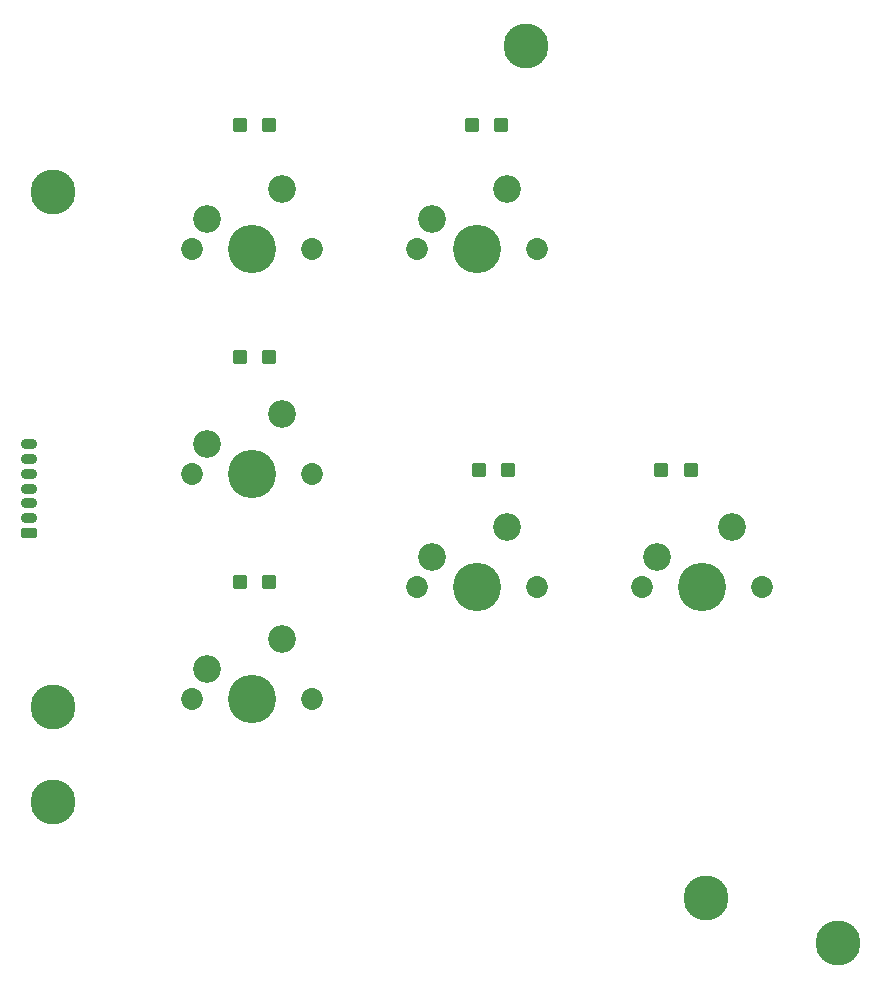
<source format=gbr>
G04 #@! TF.GenerationSoftware,KiCad,Pcbnew,(6.0.2)*
G04 #@! TF.CreationDate,2022-03-15T14:10:59+03:00*
G04 #@! TF.ProjectId,kinesis-thumb-pcb,6b696e65-7369-4732-9d74-68756d622d70,rev?*
G04 #@! TF.SameCoordinates,Original*
G04 #@! TF.FileFunction,Soldermask,Bot*
G04 #@! TF.FilePolarity,Negative*
%FSLAX46Y46*%
G04 Gerber Fmt 4.6, Leading zero omitted, Abs format (unit mm)*
G04 Created by KiCad (PCBNEW (6.0.2)) date 2022-03-15 14:10:59*
%MOMM*%
%LPD*%
G01*
G04 APERTURE LIST*
G04 Aperture macros list*
%AMRoundRect*
0 Rectangle with rounded corners*
0 $1 Rounding radius*
0 $2 $3 $4 $5 $6 $7 $8 $9 X,Y pos of 4 corners*
0 Add a 4 corners polygon primitive as box body*
4,1,4,$2,$3,$4,$5,$6,$7,$8,$9,$2,$3,0*
0 Add four circle primitives for the rounded corners*
1,1,$1+$1,$2,$3*
1,1,$1+$1,$4,$5*
1,1,$1+$1,$6,$7*
1,1,$1+$1,$8,$9*
0 Add four rect primitives between the rounded corners*
20,1,$1+$1,$2,$3,$4,$5,0*
20,1,$1+$1,$4,$5,$6,$7,0*
20,1,$1+$1,$6,$7,$8,$9,0*
20,1,$1+$1,$8,$9,$2,$3,0*%
G04 Aperture macros list end*
%ADD10RoundRect,0.251000X0.450000X-0.200000X0.450000X0.200000X-0.450000X0.200000X-0.450000X-0.200000X0*%
%ADD11O,1.402000X0.902000*%
%ADD12C,1.852000*%
%ADD13C,4.089800*%
%ADD14C,2.352000*%
%ADD15C,3.802000*%
%ADD16RoundRect,0.051000X-0.500000X-0.500000X0.500000X-0.500000X0.500000X0.500000X-0.500000X0.500000X0*%
G04 APERTURE END LIST*
D10*
X168473000Y-73223000D03*
D11*
X168473000Y-71973000D03*
X168473000Y-70723000D03*
X168473000Y-69473000D03*
X168473000Y-68223000D03*
X168473000Y-66973000D03*
X168473000Y-65723000D03*
D12*
X201295000Y-77787500D03*
X211455000Y-77787500D03*
D13*
X206375000Y-77787500D03*
D14*
X202565000Y-75247500D03*
X208915000Y-72707500D03*
D12*
X201295000Y-49212500D03*
X211455000Y-49212500D03*
D13*
X206375000Y-49212500D03*
D14*
X202565000Y-46672500D03*
X208915000Y-44132500D03*
D13*
X187325000Y-49212500D03*
D12*
X192405000Y-49212500D03*
X182245000Y-49212500D03*
D14*
X183515000Y-46672500D03*
X189865000Y-44132500D03*
D12*
X182245000Y-68262500D03*
X192405000Y-68262500D03*
D13*
X187325000Y-68262500D03*
D14*
X183515000Y-65722500D03*
X189865000Y-63182500D03*
D12*
X192405000Y-87312500D03*
D13*
X187325000Y-87312500D03*
D12*
X182245000Y-87312500D03*
D14*
X183515000Y-84772500D03*
X189865000Y-82232500D03*
D12*
X230505000Y-77787500D03*
X220345000Y-77787500D03*
D13*
X225425000Y-77787500D03*
D14*
X221615000Y-75247500D03*
X227965000Y-72707500D03*
D15*
X170450000Y-96000000D03*
X170450000Y-44400000D03*
X225806000Y-104140000D03*
X170500000Y-88000000D03*
X210566000Y-32004000D03*
X236982000Y-107950000D03*
D16*
X221992000Y-67865700D03*
X224492000Y-67865700D03*
X206514000Y-67865700D03*
X209014000Y-67865700D03*
X205919000Y-38695300D03*
X208419000Y-38695300D03*
X186274000Y-38695300D03*
X188774000Y-38695300D03*
X186274000Y-58340700D03*
X188774000Y-58340700D03*
X186274000Y-77390700D03*
X188774000Y-77390700D03*
M02*

</source>
